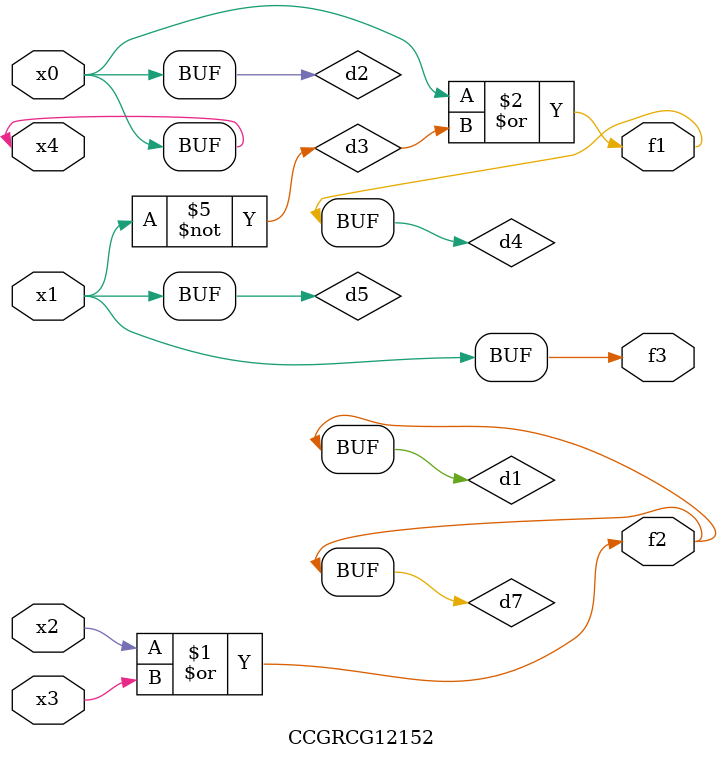
<source format=v>
module CCGRCG12152(
	input x0, x1, x2, x3, x4,
	output f1, f2, f3
);

	wire d1, d2, d3, d4, d5, d6, d7;

	or (d1, x2, x3);
	buf (d2, x0, x4);
	not (d3, x1);
	or (d4, d2, d3);
	not (d5, d3);
	nand (d6, d1, d3);
	or (d7, d1);
	assign f1 = d4;
	assign f2 = d7;
	assign f3 = d5;
endmodule

</source>
